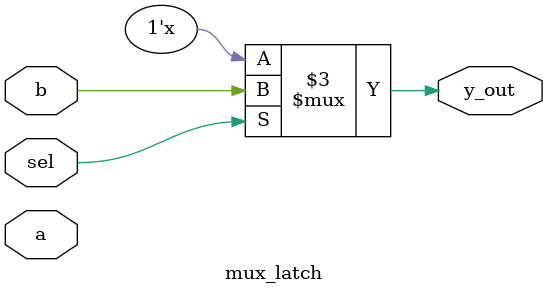
<source format=sv>
`timescale 1ns / 1ps


module mux_latch(
    input a,
    input b,
    input sel,
    output logic y_out
    );
    always@*
    begin
    if(sel)
    y_out=b;
    end
endmodule

</source>
